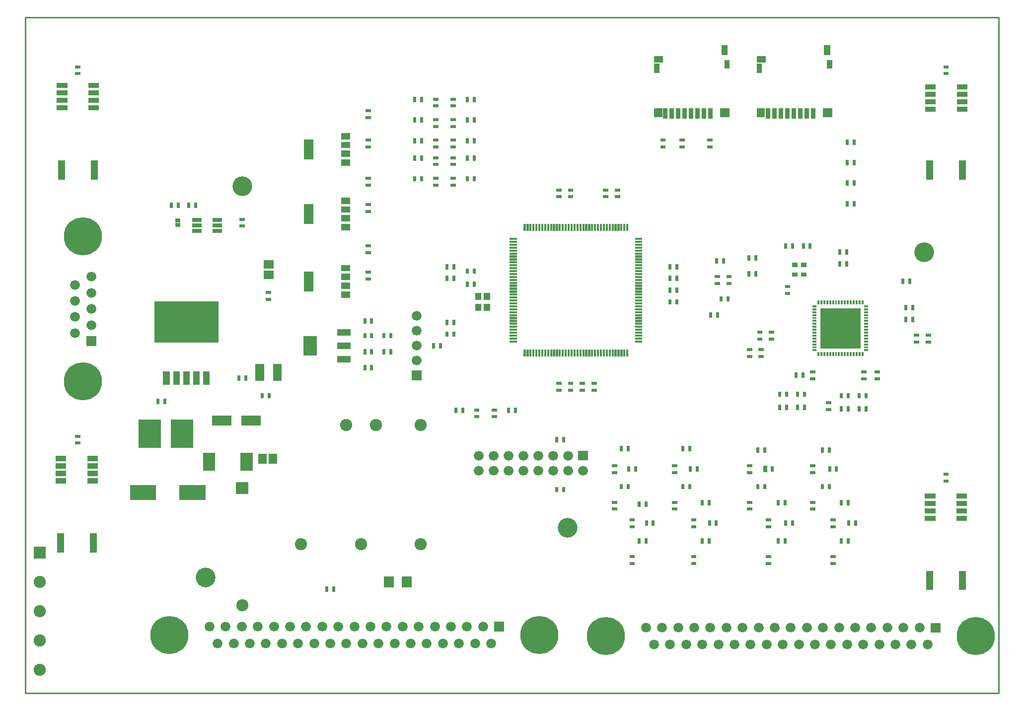
<source format=gbr>
G04 start of page 11 for group -4063 idx -4063 *
G04 Title: DAISI, componentmask *
G04 Creator: pcb 20140316 *
G04 CreationDate: Wed 18 Apr 2018 03:14:34 AM GMT UTC *
G04 For: afonsop *
G04 Format: Gerber/RS-274X *
G04 PCB-Dimensions (mil): 6540.00 4540.00 *
G04 PCB-Coordinate-Origin: lower left *
%MOIN*%
%FSLAX25Y25*%
%LNTOPMASK*%
%ADD157R,0.0541X0.0541*%
%ADD156R,0.0344X0.0344*%
%ADD155R,0.0305X0.0305*%
%ADD154R,0.0130X0.0130*%
%ADD153R,0.0335X0.0335*%
%ADD152R,0.0463X0.0463*%
%ADD151R,0.1014X0.1014*%
%ADD150R,0.0817X0.0817*%
%ADD149R,0.0659X0.0659*%
%ADD148R,0.1510X0.1510*%
%ADD147R,0.0451X0.0451*%
%ADD146R,0.2781X0.2781*%
%ADD145R,0.0660X0.0660*%
%ADD144R,0.0876X0.0876*%
%ADD143R,0.0431X0.0431*%
%ADD142R,0.0620X0.0620*%
%ADD141R,0.0423X0.0423*%
%ADD140R,0.0572X0.0572*%
%ADD139R,0.0276X0.0276*%
%ADD138R,0.0257X0.0257*%
%ADD137R,0.0279X0.0279*%
%ADD136R,0.0285X0.0285*%
%ADD135R,0.0200X0.0200*%
%ADD134R,0.0140X0.0140*%
%ADD133C,0.1320*%
%ADD132C,0.0817*%
%ADD131C,0.2560*%
%ADD130C,0.0001*%
%ADD129C,0.0660*%
%ADD128C,0.0100*%
G54D128*X0Y454000D02*Y260D01*
X653543D01*
Y454000D01*
X0D01*
G54D129*X600364Y44246D03*
X589564D03*
X578764D03*
X567964D03*
G54D130*G36*
X607864Y47546D02*Y40946D01*
X614464D01*
Y47546D01*
X607864D01*
G37*
G54D131*X638164Y38646D03*
G54D129*X594964Y33046D03*
X584164D03*
X573364D03*
X562564D03*
X557164Y44246D03*
X546364D03*
X535564D03*
X605764Y33046D03*
X551764D03*
X540964D03*
X530164D03*
X470764Y44246D03*
X459964D03*
X449164D03*
X476164Y33046D03*
X465364D03*
X454564D03*
X503164Y44246D03*
X492364D03*
X481564D03*
X486964Y33046D03*
X524764Y44246D03*
X513964D03*
X519364Y33046D03*
X508564D03*
X497764D03*
G54D130*G36*
X259495Y217143D02*Y210543D01*
X266095D01*
Y217143D01*
X259495D01*
G37*
G54D129*X262795Y223843D03*
Y233843D03*
Y243843D03*
Y253843D03*
G54D132*X265551Y180378D03*
X235630D03*
X215551D03*
G54D130*G36*
X314905Y48224D02*Y41624D01*
X321505D01*
Y48224D01*
X314905D01*
G37*
G54D129*X307405Y44924D03*
X296605D03*
X285805D03*
X275005D03*
X264205D03*
G54D132*X265551Y100457D03*
G54D129*X253405Y44924D03*
X242605D03*
X231805D03*
X221005D03*
X210205D03*
X199405D03*
X188605D03*
X177805D03*
G54D132*X185236Y100457D03*
X225394D03*
G54D129*X167005Y44924D03*
X156205D03*
X145405D03*
X134605D03*
X123805D03*
G54D132*X145669Y59315D03*
G54D130*G36*
X371188Y163166D02*Y156566D01*
X377788D01*
Y163166D01*
X371188D01*
G37*
G54D129*X364488Y159866D03*
X354488D03*
X374488Y149866D03*
X364488D03*
X354488D03*
X344488D03*
X334488D03*
X324488D03*
X344488Y159866D03*
X334488D03*
X324488D03*
X314488D03*
Y149866D03*
X304488Y159866D03*
Y149866D03*
G54D130*G36*
X141585Y142140D02*Y133970D01*
X149754D01*
Y142140D01*
X141585D01*
G37*
G36*
X41253Y240017D02*Y233417D01*
X47853D01*
Y240017D01*
X41253D01*
G37*
G54D129*X33353Y242117D03*
Y252917D03*
G54D131*X38953Y209717D03*
G54D129*X44553Y247517D03*
Y258317D03*
Y269117D03*
Y279917D03*
X33353Y263717D03*
Y274517D03*
G54D131*X38953Y306917D03*
G54D129*X312805Y33724D03*
X302005D03*
X291205D03*
G54D131*X345205Y39324D03*
G54D129*X280405Y33724D03*
X269605D03*
X258805D03*
X248005D03*
X237205D03*
X226405D03*
X215605D03*
X204805D03*
X194005D03*
X183205D03*
X172405D03*
X161605D03*
X150805D03*
X140005D03*
X129205D03*
G54D131*X96805Y39324D03*
G54D130*G36*
X5758Y98833D02*Y90663D01*
X13927D01*
Y98833D01*
X5758D01*
G37*
G54D132*X9843Y75063D03*
Y55378D03*
Y35693D03*
Y16008D03*
G54D129*X427564Y44246D03*
X416764D03*
X438364D03*
X443764Y33046D03*
X432964D03*
X422164D03*
G54D131*X389764Y38646D03*
G54D133*X145669Y340811D03*
X121063Y78016D03*
X603346Y296520D03*
X364173Y111480D03*
G54D134*X372709Y230485D02*Y227087D01*
X374678Y230485D02*Y227087D01*
X376646Y230485D02*Y227087D01*
X378615Y230485D02*Y227087D01*
X380583Y230485D02*Y227087D01*
X382552Y230485D02*Y227087D01*
X384520Y230485D02*Y227087D01*
X386489Y230485D02*Y227087D01*
X388457Y230485D02*Y227087D01*
X390426Y230485D02*Y227087D01*
X392394Y230485D02*Y227087D01*
X394363Y230485D02*Y227087D01*
G54D135*X373216Y203669D02*X374816D01*
X381090D02*X382690D01*
X373216Y208269D02*X374816D01*
X381090D02*X382690D01*
G54D134*X396331Y230485D02*Y227087D01*
X398300Y230485D02*Y227087D01*
X400268Y230485D02*Y227087D01*
X402237Y230485D02*Y227087D01*
X404205Y230485D02*Y227087D01*
G54D135*X396838Y333590D02*X398438D01*
X396838Y338190D02*X398438D01*
X388964Y333590D02*X390564D01*
X388964Y338190D02*X390564D01*
G54D134*X410177Y236458D02*X413575D01*
X410177Y238426D02*X413575D01*
X410177Y240395D02*X413575D01*
X410177Y242363D02*X413575D01*
X410177Y244331D02*X413575D01*
X410177Y246300D02*X413575D01*
X410177Y248269D02*X413575D01*
X410177Y250237D02*X413575D01*
X410177Y252206D02*X413575D01*
X410177Y254174D02*X413575D01*
X410177Y256143D02*X413575D01*
X410177Y258111D02*X413575D01*
X410177Y260080D02*X413575D01*
X410177Y262048D02*X413575D01*
X410177Y264017D02*X413575D01*
G54D135*X464898Y254997D02*Y253397D01*
X460298Y254997D02*Y253397D01*
X485420Y230906D02*X487020D01*
X493294D02*X494894D01*
X500184Y242717D02*X501784D01*
X500184Y238117D02*X501784D01*
X492310Y242717D02*X493910D01*
X492310Y238117D02*X493910D01*
X485420Y226306D02*X487020D01*
X493294D02*X494894D01*
G54D134*X410177Y265985D02*X413575D01*
X410177Y267954D02*X413575D01*
X410177Y269922D02*X413575D01*
X410177Y271891D02*X413575D01*
X410177Y273859D02*X413575D01*
X410177Y275828D02*X413575D01*
X410177Y277796D02*X413575D01*
X410177Y279765D02*X413575D01*
X410177Y281733D02*X413575D01*
X410177Y283702D02*X413575D01*
X410177Y285670D02*X413575D01*
X410177Y287639D02*X413575D01*
X410177Y289607D02*X413575D01*
X410177Y291576D02*X413575D01*
X410177Y293544D02*X413575D01*
X410177Y295513D02*X413575D01*
G54D135*X468835Y291414D02*Y289814D01*
X464235Y291414D02*Y289814D01*
G54D134*X410177Y297481D02*X413575D01*
X410177Y299450D02*X413575D01*
X410177Y301418D02*X413575D01*
X410177Y303387D02*X413575D01*
G54D135*X432739Y287477D02*Y285877D01*
Y271729D02*Y270129D01*
Y263855D02*Y262255D01*
Y279603D02*Y278003D01*
X437339Y279603D02*Y278003D01*
G54D136*X516240Y287957D02*X517028D01*
X516240Y281461D02*X517028D01*
X522343D02*X523130D01*
X522343Y287957D02*X523130D01*
G54D135*X437339Y287477D02*Y285877D01*
Y271729D02*Y270129D01*
Y263855D02*Y262255D01*
X427350Y371654D02*X428950D01*
X427350Y367054D02*X428950D01*
X471788Y265824D02*Y264224D01*
X467188Y265824D02*Y264224D01*
X463767Y280119D02*X465367D01*
X463767Y275519D02*X465367D01*
X471641D02*X473241D01*
X471641Y280119D02*X473241D01*
X485889Y282556D02*Y280956D01*
Y293383D02*Y291783D01*
X440145Y371654D02*X441745D01*
X440145Y367054D02*X441745D01*
X490489Y282556D02*Y280956D01*
Y293383D02*Y291783D01*
X458846Y371654D02*X460446D01*
X458846Y367054D02*X460446D01*
X405180Y151650D02*Y150050D01*
X400259Y165430D02*Y163830D01*
X404859Y165430D02*Y163830D01*
X394869Y153150D02*X396469D01*
X394869Y148550D02*X396469D01*
X409780Y151650D02*Y150050D01*
X400259Y139839D02*Y138239D01*
X404859Y139839D02*Y138239D01*
X446519Y151650D02*Y150050D01*
X451119Y151650D02*Y150050D01*
X441598Y139839D02*Y138239D01*
X446198Y139839D02*Y138239D01*
X441598Y165430D02*Y163830D01*
X446198Y165430D02*Y163830D01*
X435224Y153150D02*X436824D01*
X435224Y148550D02*X436824D01*
X435224Y128544D02*X436824D01*
X435224Y123944D02*X436824D01*
X454393Y129013D02*Y127413D01*
X458993Y129013D02*Y127413D01*
X459314Y115233D02*Y113633D01*
X463914Y115233D02*Y113633D01*
X454393Y103422D02*Y101822D01*
X458993Y103422D02*Y101822D01*
X448019Y92127D02*X449619D01*
X448019Y116733D02*X449619D01*
X448019Y112133D02*X449619D01*
X394869Y128544D02*X396469D01*
X394869Y123944D02*X396469D01*
X406680Y116733D02*X408280D01*
X406680Y112133D02*X408280D01*
X416991Y115233D02*Y113633D01*
X421591Y115233D02*Y113633D01*
X406680Y92127D02*X408280D01*
X406680Y87527D02*X408280D01*
X412070Y103422D02*Y101822D01*
X416670Y103422D02*Y101822D01*
X412070Y128028D02*Y126428D01*
X416670Y128028D02*Y126428D01*
X448019Y87527D02*X449619D01*
X498216Y92127D02*X499816D01*
X498216Y87527D02*X499816D01*
X498216Y116733D02*X499816D01*
X498216Y112133D02*X499816D01*
X510495Y115233D02*Y113633D01*
X515095Y115233D02*Y113633D01*
X505574Y103422D02*Y101822D01*
X510174Y103422D02*Y101822D01*
X541523Y92127D02*X543123D01*
X541523Y87527D02*X543123D01*
X541523Y116733D02*X543123D01*
X541523Y112133D02*X543123D01*
X547897Y103422D02*Y101822D01*
X552497Y103422D02*Y101822D01*
X552818Y115233D02*Y113633D01*
X557418Y115233D02*Y113633D01*
X485420Y153150D02*X487020D01*
X491794Y164446D02*Y162846D01*
X496394Y164446D02*Y162846D01*
X485420Y148550D02*X487020D01*
X491794Y139839D02*Y138239D01*
X496394Y139839D02*Y138239D01*
G54D137*X496716Y151650D02*Y150050D01*
G54D135*X501316Y151650D02*Y150050D01*
X485420Y128544D02*X487020D01*
X485420Y123944D02*X487020D01*
X505574Y129013D02*Y127413D01*
X510174Y129013D02*Y127413D01*
X535102Y139839D02*Y138239D01*
X527743Y128544D02*X529343D01*
X527743Y123944D02*X529343D01*
X547897Y129013D02*Y127413D01*
X527743Y153150D02*X529343D01*
X527743Y148550D02*X529343D01*
X535102Y164446D02*Y162846D01*
X539702Y164446D02*Y162846D01*
X540023Y151650D02*Y150050D01*
X544623Y151650D02*Y150050D01*
X539702Y139839D02*Y138239D01*
X552497Y129013D02*Y127413D01*
X547897Y200863D02*Y199263D01*
X552497Y200863D02*Y199263D01*
X522969Y201847D02*Y200247D01*
X527743Y216143D02*X529343D01*
X527743Y211543D02*X529343D01*
X521985Y214643D02*Y213043D01*
X517385Y214643D02*Y213043D01*
X518369Y201847D02*Y200247D01*
X511158Y201847D02*Y200247D01*
X506558Y201847D02*Y200247D01*
X522969Y192989D02*Y191389D01*
X518369Y192989D02*Y191389D01*
X511158Y192989D02*Y191389D01*
X506558Y192989D02*Y191389D01*
G54D134*X335308Y230485D02*Y227087D01*
X337276Y230485D02*Y227087D01*
X339245Y230485D02*Y227087D01*
X341213Y230485D02*Y227087D01*
X343182Y230485D02*Y227087D01*
X345150Y230485D02*Y227087D01*
X347119Y230485D02*Y227087D01*
X349087Y230485D02*Y227087D01*
X351056Y230485D02*Y227087D01*
X353024Y230485D02*Y227087D01*
X354993Y230485D02*Y227087D01*
X356961Y230485D02*Y227087D01*
X358930Y230485D02*Y227087D01*
X360898Y230485D02*Y227087D01*
X362867Y230485D02*Y227087D01*
X364835Y230485D02*Y227087D01*
X366804Y230485D02*Y227087D01*
X368772Y230485D02*Y227087D01*
X370741Y230485D02*Y227087D01*
G54D135*X356952Y137871D02*Y136271D01*
Y171335D02*Y169735D01*
X361552Y137871D02*Y136271D01*
Y171335D02*Y169735D01*
X357468Y203669D02*X359068D01*
X357468Y208269D02*X359068D01*
X365342Y203669D02*X366942D01*
X365342Y208269D02*X366942D01*
X329072Y191020D02*Y189420D01*
X324472Y191020D02*Y189420D01*
X314161Y185952D02*X315761D01*
X314161Y190552D02*X315761D01*
X293639Y191020D02*Y189420D01*
X289039Y191020D02*Y189420D01*
X302350Y185952D02*X303950D01*
X302350Y190552D02*X303950D01*
G54D138*X101969Y317779D02*X102755D01*
X101969Y314631D02*X102755D01*
G54D135*X98094Y328816D02*Y327216D01*
X102694Y328816D02*Y327216D01*
X109905Y328816D02*Y327216D01*
X114505Y328816D02*Y327216D01*
X144869Y313905D02*X146469D01*
X144869Y318505D02*X146469D01*
G54D139*X113385Y318173D02*X116929D01*
X127164D02*X130708D01*
X113385Y314433D02*X116929D01*
X127165D02*X130709D01*
X113385Y310693D02*X116929D01*
X127165Y310692D02*X130709D01*
G54D135*X162586Y269292D02*X164186D01*
X162586Y264692D02*X164186D01*
G54D140*X162993Y281166D02*X163779D01*
X162993Y288252D02*X163779D01*
G54D141*X214173Y313252D02*X216142D01*
X214173Y319157D02*X216142D01*
X214173Y325063D02*X216142D01*
G54D142*X190354Y325654D02*Y318567D01*
Y280378D02*Y273291D01*
G54D141*X214173Y267976D02*X216142D01*
X214173Y273882D02*X216142D01*
X214173Y279787D02*X216142D01*
X214173Y285693D02*X216142D01*
G54D143*X211742Y224472D02*X216467D01*
X211742Y233528D02*X216467D01*
X211742Y242583D02*X216467D01*
G54D135*X163717Y200863D02*Y199263D01*
X232615Y251060D02*Y249460D01*
X228015Y251060D02*Y249460D01*
Y241217D02*Y239617D01*
X232615Y241217D02*Y239617D01*
X240810Y241217D02*Y239617D01*
X245410Y241217D02*Y239617D01*
X240810Y230391D02*Y228791D01*
X245410Y230391D02*Y228791D01*
X232615Y219564D02*Y217964D01*
X228015Y219564D02*Y217964D01*
Y230391D02*Y228791D01*
X232615Y230391D02*Y228791D01*
G54D140*X157481Y218566D02*Y213056D01*
X169291Y218566D02*Y213056D01*
G54D144*X191270Y235693D02*Y231362D01*
G54D134*X364834Y314724D02*Y311327D01*
X362866Y314724D02*Y311327D01*
X360897Y314724D02*Y311327D01*
X358929Y314724D02*Y311327D01*
X356960Y314724D02*Y311327D01*
X354992Y314724D02*Y311327D01*
X353023Y314724D02*Y311327D01*
X351055Y314724D02*Y311327D01*
X349086Y314724D02*Y311327D01*
X347118Y314724D02*Y311327D01*
X345149Y314724D02*Y311327D01*
X343181Y314724D02*Y311327D01*
X341212Y314724D02*Y311327D01*
X339244Y314724D02*Y311327D01*
X337275Y314724D02*Y311327D01*
X335307Y314724D02*Y311327D01*
X325937Y305354D02*X329335D01*
X325937Y303386D02*X329335D01*
X325937Y301417D02*X329335D01*
X325937Y299449D02*X329335D01*
X325937Y297480D02*X329335D01*
X325937Y295512D02*X329335D01*
X325937Y293543D02*X329335D01*
X325937Y291575D02*X329335D01*
G54D135*X207024Y70942D02*Y69342D01*
G54D145*X244094Y75563D02*Y74563D01*
X256094Y75563D02*Y74563D01*
G54D146*X100768Y249630D02*X115768D01*
G54D147*X94882Y214000D02*Y209709D01*
X101575Y214000D02*Y209709D01*
X108268Y214000D02*Y209709D01*
X114961Y214000D02*Y209709D01*
X121654Y214000D02*Y209709D01*
G54D135*X147969Y212674D02*Y211074D01*
X143369Y212674D02*Y211074D01*
X159117Y200863D02*Y199263D01*
X89235Y196926D02*Y195326D01*
X93835Y196926D02*Y195326D01*
G54D148*X105388Y176472D02*Y172472D01*
G54D140*X159253Y158133D02*Y157347D01*
X166339Y158133D02*Y157347D01*
G54D149*X148425Y183331D02*X154724D01*
X128740D02*X135039D01*
G54D150*X123425Y157740D02*Y153803D01*
X148622Y157740D02*Y153803D01*
G54D135*X202424Y70942D02*Y69342D01*
G54D151*X108465Y135102D02*X115945D01*
X75394D02*X82874D01*
G54D148*X83588Y176472D02*Y172472D01*
G54D152*X45736Y105311D02*Y97043D01*
X23689Y105311D02*Y97043D01*
G54D135*X34633Y168235D02*X36233D01*
X34633Y172835D02*X36233D01*
G54D153*X22213Y157889D02*X25953D01*
X43472D02*X47213D01*
X43472Y142889D02*X47213D01*
X43472Y147889D02*X47213D01*
X43472Y152889D02*X47213D01*
X22213D02*X25953D01*
X22213Y147889D02*X25953D01*
X22213Y142889D02*X25953D01*
G54D134*X325937Y289606D02*X329335D01*
X325937Y287638D02*X329335D01*
X325937Y285669D02*X329335D01*
X325937Y283701D02*X329335D01*
X325937Y281731D02*X329335D01*
X325937Y279764D02*X329335D01*
X325937Y277795D02*X329335D01*
X325937Y275827D02*X329335D01*
G54D135*X296913Y275666D02*Y274066D01*
X301513Y275666D02*Y274066D01*
X296913Y284524D02*Y282924D01*
X301513Y284524D02*Y282924D01*
G54D134*X325937Y273858D02*X329335D01*
X325937Y271890D02*X329335D01*
X325937Y269921D02*X329335D01*
X325937Y267953D02*X329335D01*
X325937Y265984D02*X329335D01*
X325937Y264016D02*X329335D01*
X325937Y262047D02*X329335D01*
X325937Y260079D02*X329335D01*
X325937Y258110D02*X329335D01*
X325937Y256142D02*X329335D01*
X325937Y254173D02*X329335D01*
X325937Y252205D02*X329335D01*
X325937Y250236D02*X329335D01*
X325937Y248268D02*X329335D01*
X325937Y246299D02*X329335D01*
X325937Y244331D02*X329335D01*
X325937Y242362D02*X329335D01*
X325937Y240394D02*X329335D01*
X325937Y238425D02*X329335D01*
X325937Y236457D02*X329335D01*
G54D135*X287733Y250076D02*Y248476D01*
X283133Y242202D02*Y240602D01*
X287733Y242202D02*Y240602D01*
X283133Y250076D02*Y248476D01*
X274275Y234328D02*Y232728D01*
X278875Y234328D02*Y232728D01*
G54D141*X304134Y266992D02*Y266598D01*
Y259512D02*Y259118D01*
X310039Y259512D02*Y259118D01*
Y266992D02*Y266598D01*
G54D135*X617310Y142645D02*X618910D01*
X617310Y147245D02*X618910D01*
G54D153*X605610Y132760D02*X609350D01*
X605610Y127760D02*X609350D01*
X626870D02*X630610D01*
X626870Y132760D02*X630610D01*
X605610Y122760D02*X609350D01*
X605610Y117760D02*X609350D01*
X626870D02*X630610D01*
X626870Y122760D02*X630610D01*
G54D152*X629134Y80181D02*Y71913D01*
X607087Y80181D02*Y71913D01*
G54D154*X563886Y230575D02*X565248D01*
X563886Y232543D02*X565248D01*
X563886Y234512D02*X565248D01*
X563886Y236480D02*X565248D01*
X563886Y238449D02*X565248D01*
X563886Y240417D02*X565248D01*
X563886Y242386D02*X565248D01*
X563886Y244354D02*X565248D01*
X563886Y246323D02*X565248D01*
G54D135*X591204Y252044D02*Y250444D01*
X605499Y240749D02*X607099D01*
X605499Y236149D02*X607099D01*
X597625Y240749D02*X599225D01*
X597625Y236149D02*X599225D01*
X595804Y252044D02*Y250444D01*
X593835Y277635D02*Y276035D01*
X589235Y277635D02*Y276035D01*
X591204Y259918D02*Y258318D01*
X595804Y259918D02*Y258318D01*
G54D154*X563886Y248291D02*X565248D01*
X563886Y250260D02*X565248D01*
X563886Y252228D02*X565248D01*
X563886Y254197D02*X565248D01*
X563886Y256165D02*X565248D01*
X563886Y258134D02*X565248D01*
X563886Y260102D02*X565248D01*
G54D135*X546913Y289446D02*Y287846D01*
Y297320D02*Y295720D01*
X551513Y289446D02*Y287846D01*
Y297320D02*Y295720D01*
G54D152*X607087Y355772D02*Y347504D01*
G54D153*X605760Y402461D02*X609500D01*
X605760Y397461D02*X609500D01*
X605760Y392461D02*X609500D01*
G54D152*X629134Y355772D02*Y347504D01*
G54D135*X617310Y416267D02*X618910D01*
X617310Y420867D02*X618910D01*
G54D153*X605760Y407461D02*X609500D01*
X627020Y402461D02*X630760D01*
X627020Y407461D02*X630760D01*
X627020Y392461D02*X630760D01*
X627020Y397461D02*X630760D01*
G54D135*X556434Y371139D02*Y369539D01*
Y357359D02*Y355759D01*
Y329800D02*Y328200D01*
Y343580D02*Y341980D01*
X551834Y371139D02*Y369539D01*
Y357359D02*Y355759D01*
Y329800D02*Y328200D01*
Y343580D02*Y341980D01*
G54D155*X528937Y391598D02*Y387465D01*
G54D141*X538386Y433134D02*Y430969D01*
G54D156*X539961Y423685D02*Y421323D01*
G54D130*G36*
X535482Y393124D02*Y386923D01*
X541683D01*
Y393124D01*
X535482D01*
G37*
G54D155*X524606Y391598D02*Y387465D01*
X520276Y391598D02*Y387465D01*
X515945Y391598D02*Y387465D01*
X511614Y391598D02*Y387465D01*
X507283Y391598D02*Y387465D01*
G54D157*X493898Y390417D02*Y389630D01*
G54D156*X492913Y421323D02*Y418567D01*
G54D141*X493307Y425850D02*X495079D01*
G54D155*X502953Y391598D02*Y387465D01*
X498622Y391598D02*Y387465D01*
G54D154*X529240Y260102D02*X530602D01*
G54D135*X526906Y301257D02*Y299657D01*
X522306Y301257D02*Y299657D01*
G54D154*X529240Y258134D02*X530602D01*
X529240Y256165D02*X530602D01*
X529240Y254197D02*X530602D01*
X529240Y252228D02*X530602D01*
X529240Y250260D02*X530602D01*
G54D135*X511011Y273229D02*X512611D01*
X511011Y268629D02*X512611D01*
X510495Y301257D02*Y299657D01*
X515095Y301257D02*Y299657D01*
G54D154*X562008Y263343D02*Y261980D01*
X560039Y263343D02*Y261980D01*
X558071Y263343D02*Y261980D01*
X556102Y263343D02*Y261980D01*
X554134Y263343D02*Y261980D01*
X552165Y263343D02*Y261980D01*
X550197Y263343D02*Y261980D01*
X548228Y263343D02*Y261980D01*
X546260Y263343D02*Y261980D01*
X544291Y263343D02*Y261980D01*
X542323Y263343D02*Y261980D01*
X540354Y263343D02*Y261980D01*
X538386Y263343D02*Y261980D01*
X536417Y263343D02*Y261980D01*
X534449Y263343D02*Y261980D01*
X532480Y263343D02*Y261980D01*
X529240Y248291D02*X530602D01*
X529240Y246323D02*X530602D01*
X529240Y244354D02*X530602D01*
X529240Y242386D02*X530602D01*
X529240Y240417D02*X530602D01*
X529240Y238449D02*X530602D01*
X529240Y236480D02*X530602D01*
X529240Y234512D02*X530602D01*
X529240Y232543D02*X530602D01*
X529240Y230575D02*X530602D01*
X532480Y228697D02*Y227335D01*
X534449Y228697D02*Y227335D01*
X536417Y228697D02*Y227335D01*
X538386Y228697D02*Y227335D01*
X540354Y228697D02*Y227335D01*
X542323Y228697D02*Y227335D01*
X544291Y228697D02*Y227335D01*
X546260Y228697D02*Y227335D01*
X548228Y228697D02*Y227335D01*
X550197Y228697D02*Y227335D01*
G54D130*G36*
X533711Y258872D02*Y231805D01*
X560778D01*
Y258872D01*
X533711D01*
G37*
G54D154*X552165Y228697D02*Y227335D01*
X554134Y228697D02*Y227335D01*
X556102Y228697D02*Y227335D01*
X558071Y228697D02*Y227335D01*
X560039Y228697D02*Y227335D01*
X562008Y228697D02*Y227335D01*
G54D135*X538570Y195473D02*X540170D01*
X538570Y190873D02*X540170D01*
X547897Y192005D02*Y190405D01*
X552497Y192005D02*Y190405D01*
X564308Y192005D02*Y190405D01*
X559708Y192005D02*Y190405D01*
X564308Y200863D02*Y199263D01*
X559708Y200863D02*Y199263D01*
X562192Y216143D02*X563792D01*
X562192Y211543D02*X563792D01*
X571050Y216143D02*X572650D01*
X571050Y211543D02*X572650D01*
G54D134*X410177Y305355D02*X413575D01*
X404204Y314724D02*Y311327D01*
X402236Y314724D02*Y311327D01*
X400267Y314724D02*Y311327D01*
X398299Y314724D02*Y311327D01*
X396330Y314724D02*Y311327D01*
X394362Y314724D02*Y311327D01*
X392393Y314724D02*Y311327D01*
X390425Y314724D02*Y311327D01*
X388456Y314724D02*Y311327D01*
X386488Y314724D02*Y311327D01*
X384519Y314724D02*Y311327D01*
X382551Y314724D02*Y311327D01*
X380582Y314724D02*Y311327D01*
X378614Y314724D02*Y311327D01*
X376645Y314724D02*Y311327D01*
X374677Y314724D02*Y311327D01*
X372708Y314724D02*Y311327D01*
X370740Y314724D02*Y311327D01*
X368771Y314724D02*Y311327D01*
X366803Y314724D02*Y311327D01*
G54D135*X365342Y333590D02*X366942D01*
X365342Y338190D02*X366942D01*
X357468Y333590D02*X359068D01*
X357468Y338190D02*X359068D01*
G54D155*X438386Y391598D02*Y387465D01*
X434055Y391598D02*Y387465D01*
X429724Y391598D02*Y387465D01*
G54D157*X425000Y390417D02*Y389630D01*
G54D141*X469488Y433134D02*Y430969D01*
G54D156*X471063Y423685D02*Y421323D01*
X424016D02*Y418567D01*
G54D141*X424409Y425850D02*X426181D01*
G54D130*G36*
X466585Y393124D02*Y386923D01*
X472785D01*
Y393124D01*
X466585D01*
G37*
G54D155*X442717Y391598D02*Y387465D01*
X460039Y391598D02*Y387465D01*
X455709Y391598D02*Y387465D01*
X451378Y391598D02*Y387465D01*
X447047Y391598D02*Y387465D01*
G54D152*X24409Y355772D02*Y347504D01*
X46457Y355772D02*Y347504D01*
G54D135*X34633Y416267D02*X36233D01*
X34633Y420867D02*X36233D01*
G54D153*X22933Y398350D02*X26673D01*
X22933Y393350D02*X26673D01*
X44193D02*X47933D01*
X44193Y398350D02*X47933D01*
X22933Y408350D02*X26673D01*
X22933Y403350D02*X26673D01*
X44193D02*X47933D01*
X44193Y408350D02*X47933D01*
G54D135*X229515Y278472D02*X231115D01*
X229515Y283072D02*X231115D01*
X229515Y296188D02*X231115D01*
X229515Y300788D02*X231115D01*
X283133Y279603D02*Y278003D01*
X287733Y279603D02*Y278003D01*
X283133Y287477D02*Y285877D01*
X287733Y287477D02*Y285877D01*
X229515Y386739D02*X231115D01*
X229515Y391339D02*X231115D01*
X229515Y323747D02*X231115D01*
X229515Y328347D02*X231115D01*
X229515Y341464D02*X231115D01*
X229515Y346064D02*X231115D01*
X229515Y367054D02*X231115D01*
G54D141*X214173Y356559D02*X216142D01*
X214173Y362465D02*X216142D01*
X214173Y368370D02*X216142D01*
X214173Y374276D02*X216142D01*
X214173Y330969D02*X216142D01*
G54D135*X229515Y371654D02*X231115D01*
G54D142*X190354Y368961D02*Y361874D01*
G54D135*X301513Y385902D02*Y384302D01*
X296913Y385902D02*Y384302D01*
X286602Y380834D02*X288202D01*
X286602Y385434D02*X288202D01*
X301513Y399682D02*Y398082D01*
X296913Y399682D02*Y398082D01*
X286602Y394613D02*X288202D01*
X286602Y399213D02*X288202D01*
X274791Y367054D02*X276391D01*
X274791Y371654D02*X276391D01*
X266080Y372123D02*Y370523D01*
Y360312D02*Y358712D01*
X261480Y372123D02*Y370523D01*
Y360312D02*Y358712D01*
X274791Y355243D02*X276391D01*
X274791Y359843D02*X276391D01*
X274791Y341464D02*X276391D01*
X274791Y346064D02*X276391D01*
X266080Y346532D02*Y344932D01*
X261480Y346532D02*Y344932D01*
X301513Y372123D02*Y370523D01*
X296913Y372123D02*Y370523D01*
X286602Y371654D02*X288202D01*
X286602Y367054D02*X288202D01*
X296913Y360312D02*Y358712D01*
X286602Y355243D02*X288202D01*
X286602Y359843D02*X288202D01*
X301513Y360312D02*Y358712D01*
Y346532D02*Y344932D01*
X296913Y346532D02*Y344932D01*
X286602Y341464D02*X288202D01*
X286602Y346064D02*X288202D01*
X274791Y394613D02*X276391D01*
X274791Y399213D02*X276391D01*
X274791Y380834D02*X276391D01*
X274791Y385434D02*X276391D01*
X266080Y399682D02*Y398082D01*
X261480Y399682D02*Y398082D01*
X266080Y385902D02*Y384302D01*
X261480Y385902D02*Y384302D01*
M02*

</source>
